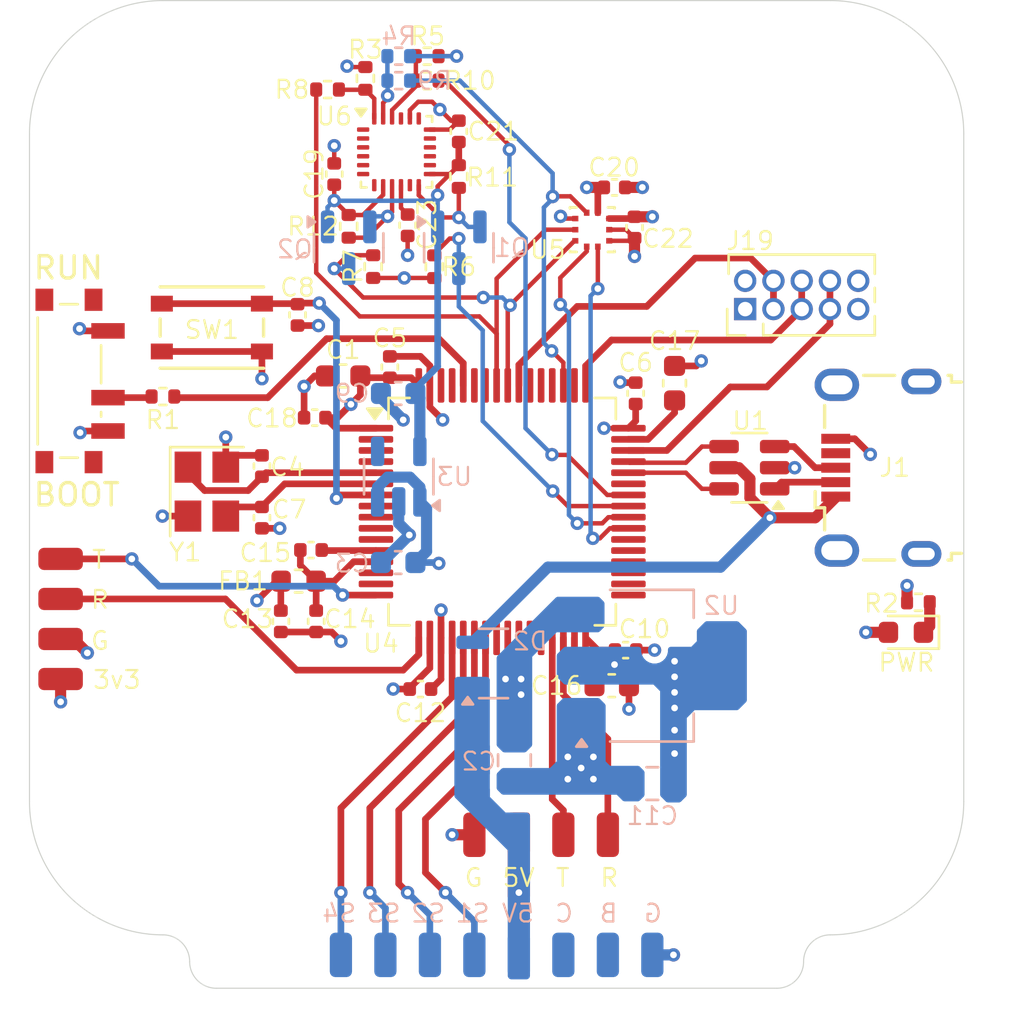
<source format=kicad_pcb>
(kicad_pcb (version 20241229) (generator "pcbnew") (generator_version "9.0")
  (layers (0 "F.Cu" signal) (4 "In1.Cu" signal) (6 "In2.Cu" signal) (2 "B.Cu" signal) (13 "F.Paste" user) (15 "B.Paste" user) (5 "F.SilkS" user "F.Silkscreen") (7 "B.SilkS" user "B.Silkscreen") (1 "F.Mask" user) (3 "B.Mask" user) (25 "Edge.Cuts" user))
  (net 0 "")
  (net 1 "GND")
  (net 2 "/HSE_IN")
  (net 3 "+3V3")
  (net 4 "+3.3VA")
  (net 5 "/HSE_OUT")
  (net 6 "/NRST")
  (net 7 "/V_MAIN")
  (net 8 "+5V")
  (net 9 "VBUS")
  (net 10 "/PWR_LED_K")
  (net 11 "/SW_BOOT0")
  (net 12 "/BOOT0")
  (net 13 "/USB_D+")
  (net 14 "/USB_D-")
  (net 15 "Net-(U4-VCAP_1)")
  (net 16 "Net-(U4-VCAP_2)")
  (net 18 "Net-(J1-D-)")
  (net 20 "Net-(J1-D+)")
  (net 25 "/SWO")
  (net 32 "+1V8")
  (net 42 "/SWDIO")
  (net 43 "/SWCLK")
  (net 46 "/IMU_MISO")
  (net 52 "/MISO")
  (net 57 "/IMU_INT")
  (net 58 "/INT1")
  (net 59 "/IMU_MOSI")
  (net 60 "/MOSI")
  (net 61 "/IMU_SCK")
  (net 62 "/SCK")
  (net 63 "/IMU_CS")
  (net 64 "/CS1")
  (net 66 "/BAT")
  (net 67 "/CRT")
  (net 68 "/S1")
  (net 69 "/S2")
  (net 70 "/S3")
  (net 71 "/S4")
  (net 73 "Net-(U6-REGOUT)")
  (net 75 "/CS2")
  (net 76 "/INT2")
  (net 90 "/GPS_TX")
  (net 91 "/GPS_RX")
  (net 92 "/ELRS_TX")
  (net 93 "/ELRS_RX")
  (footprint "Resistor_SMD:R_0402_1005Metric" (layer "F.Cu") (at 112.2 55.965 90)
    (property "Reference" "R6")
    (property "Value" "4.7k" (hide yes))
  )
  (footprint "Resistor_SMD:R_0402_1005Metric" (layer "F.Cu") (at 113.3 51.91 -90)
    (property "Reference" "R11")
    (property "Value" "4.7k" (hide yes))
  )
  (footprint "Resistor_SMD:R_0402_1005Metric" (layer "F.Cu") (at 109.1 47.5 -90)
    (property "Reference" "R3")
    (property "Value" "4.7k" (hide yes))
  )
  (footprint "Resistor_SMD:R_0402_1005Metric" (layer "F.Cu") (at 100 61.8)
    (property "Reference" "R1")
    (property "Value" "10k" (hide yes))
  )
  (footprint "Resistor_SMD:R_0402_1005Metric" (layer "F.Cu") (at 108.35 54.15 -90)
    (property "Reference" "R12")
    (property "Value" "4.7k" (hide yes))
  )
  (footprint "Connector_USB:USB_Micro-B_Wuerth_629105150521" (layer "F.Cu") (at 132.145 65 90)
    (property "Reference" "J1")
    (property "Value" "USB_B_Micro")
  )
  (footprint "Capacitor_SMD:C_0402_1005Metric" (layer "F.Cu") (at 120.8 73.2)
    (property "Reference" "C10")
    (property "Value" "100n" (hide yes))
  )
  (footprint "Resistor_SMD:R_0402_1005Metric" (layer "F.Cu") (at 133.96 71.05 180)
    (property "Reference" "R2")
    (property "Value" "1.5k" (hide yes))
  )
  (footprint "Button_Switch_SMD:SW_SPDT_PCM12" (layer "F.Cu") (at 96.1 61.1 -90)
    (property "Reference" "SW2" (hide yes))
    (property "Value" "SW_SPDT" (hide yes))
  )
  (footprint "Capacitor_SMD:C_0402_1005Metric" (layer "F.Cu") (at 107.7 51.8 90)
    (property "Reference" "C19")
    (property "Value" "100n" (hide yes))
  )
  (footprint "Capacitor_SMD:C_0402_1005Metric" (layer "F.Cu") (at 106.6575 68.7)
    (property "Reference" "C15")
    (property "Value" "1u" (hide yes))
  )
  (footprint "Sensor_Motion:InvenSense_QFN-24_3x3mm_P0.4mm" (layer "F.Cu") (at 110.5 50.8)
    (property "Reference" "U6")
    (property "Value" "ICM-20948" (hide yes))
  )
  (footprint "MountingHole:MountingHole_4mm" (layer "F.Cu") (at 100 50)
    (property "Reference" "H1" (hide yes))
    (property "Value" "MountingHole" (hide yes))
  )
  (footprint "Inductor_SMD:L_0603_1608Metric" (layer "F.Cu") (at 106.1 70.1 180)
    (property "Reference" "FB1")
    (property "Value" "120R @ 100MHz" (hide yes))
  )
  (footprint "Capacitor_SMD:C_0402_1005Metric" (layer "F.Cu") (at 106.8875 71.905 -90)
    (property "Reference" "C14")
    (property "Value" "10n" (hide yes))
  )
  (footprint "Connector_Wire:SolderWirePad_1x01_SMD_1x2mm" (layer "F.Cu") (at 114 81.5 180)
    (property "Reference" "J16" (hide yes))
    (property "Value" "GND" (hide yes))
  )
  (footprint "Connector_Wire:SolderWirePad_1x01_SMD_1x2mm" (layer "F.Cu") (at 95.4 74.5 -90)
    (property "Reference" "J11" (hide yes))
    (property "Value" "GPS_V_{IN}" (hide yes))
  )
  (footprint "Capacitor_SMD:C_0603_1608Metric" (layer "F.Cu") (at 123 61.2 90)
    (property "Reference" "C17")
    (property "Value" "2u2" (hide yes))
  )
  (footprint "Capacitor_SMD:C_0402_1005Metric" (layer "F.Cu") (at 106.05 58.13 -90)
    (property "Reference" "C8")
    (property "Value" "100n" (hide yes))
  )
  (footprint "Capacitor_SMD:C_0402_1005Metric" (layer "F.Cu") (at 120.3 52.4)
    (property "Reference" "C20")
    (property "Value" "100n" (hide yes))
  )
  (footprint "Capacitor_SMD:C_0402_1005Metric" (layer "F.Cu") (at 113.3 49.88 90)
    (property "Reference" "C21")
    (property "Value" "100n" (hide yes))
  )
  (footprint "MountingHole:MountingHole_4mm" (layer "F.Cu") (at 130 80)
    (property "Reference" "H4" (hide yes))
    (property "Value" "MountingHole" (hide yes))
  )
  (footprint "Sensor_Pressure:BMP390L" (layer "F.Cu") (at 119.3 54.3)
    (property "Reference" "U5")
    (property "Value" "BMP390L")
  )
  (footprint "Resistor_SMD:R_0402_1005Metric" (layer "F.Cu") (at 107.4 48 180)
    (property "Reference" "R8")
    (property "Value" "4.7k" (hide yes))
  )
  (footprint "Package_QFP:LQFP-64_10x10mm_P0.5mm" (layer "F.Cu") (at 115.25 66.975)
    (property "Reference" "U4")
    (property "Value" "STM32F405RGTx" (hide yes))
  )
  (footprint "Connector_Wire:SolderWirePad_1x01_SMD_1x2mm" (layer "F.Cu") (at 120 81.5 180)
    (property "Reference" "J18" (hide yes))
    (property "Value" "ELRS_RX" (hide yes))
  )
  (footprint "Connector_Wire:SolderWirePad_1x01_SMD_1x2mm" (layer "F.Cu") (at 95.4 69.1 -90)
    (property "Reference" "J12" (hide yes))
    (property "Value" "GPS_TX" (hide yes))
  )
  (footprint "Capacitor_SMD:C_0402_1005Metric" (layer "F.Cu") (at 110.2 60.475 90)
    (property "Reference" "C5")
    (property "Value" "100n" (hide yes))
  )
  (footprint "Capacitor_SMD:C_0402_1005Metric" (layer "F.Cu") (at 111 54.1 -90)
    (property "Reference" "C23")
    (property "Value" "100n" (hide yes))
  )
  (footprint "Connector_Wire:SolderWirePad_1x01_SMD_1x2mm" (layer "F.Cu") (at 118 81.5 180)
    (property "Reference" "J17" (hide yes))
    (property "Value" "ELRS_TX" (hide yes))
  )
  (footprint "Capacitor_SMD:C_0603_1608Metric" (layer "F.Cu") (at 108.1 60.875 180)
    (property "Reference" "C1")
    (property "Value" "4u7" (hide yes))
  )
  (footprint "Capacitor_SMD:C_0402_1005Metric" (layer "F.Cu") (at 111.575 74.95 180)
    (property "Reference" "C12")
    (property "Value" "100n" (hide yes))
  )
  (footprint "LED_SMD:LED_0603_1608Metric" (layer "F.Cu") (at 133.4 72.4 180)
    (property "Reference" "D1" (hide yes))
    (property "Value" "RED" (hide yes))
  )
  (footprint "Resistor_SMD:R_0402_1005Metric" (layer "F.Cu") (at 109.45 55.96 90)
    (property "Reference" "R7")
    (property "Value" "4.7k" (hide yes))
  )
  (footprint "Capacitor_SMD:C_0402_1005Metric" (layer "F.Cu") (at 106.825 62.75 180)
    (property "Reference" "C18")
    (property "Value" "1u" (hide yes))
  )
  (footprint "Resistor_SMD:R_0402_1005Metric" (layer "F.Cu") (at 111.88 47.6)
    (property "Reference" "R10")
    (property "Value" "4.7k" (hide yes))
  )
  (footprint "Capacitor_SMD:C_0402_1005Metric" (layer "F.Cu") (at 121.25 61.655 90)
    (property "Reference" "C6")
    (property "Value" "100n" (hide yes))
  )
  (footprint "Button_Switch_SMD:SW4_PTS815 SJM 250 SMTR LFS_CNK" (layer "F.Cu") (at 102.2 58.7)
    (property "Reference" "SW1")
    (property "Value" "PTS815SJM" (hide yes))
  )
  (footprint "Capacitor_SMD:C_0402_1005Metric" (layer "F.Cu") (at 105.3 71.905 -90)
    (property "Reference" "C13")
    (property "Value" "100n" (hide yes))
  )
  (footprint "Capacitor_SMD:C_0402_1005Metric" (layer "F.Cu") (at 104.45 67.245 -90)
    (property "Reference" "C7")
    (property "Value" "10p" (hide yes))
  )
  (footprint "MountingHole:MountingHole_4mm" (layer "F.Cu") (at 130 50)
    (property "Reference" "H2" (hide yes))
    (property "Value" "MountingHole" (hide yes))
  )
  (footprint "MountingHole:MountingHole_4mm" (layer "F.Cu") (at 100 80)
    (property "Reference" "H3" (hide yes))
    (property "Value" "MountingHole" (hide yes))
  )
  (footprint "Capacitor_SMD:C_0402_1005Metric" (layer "F.Cu") (at 104.45 64.925 90)
    (property "Reference" "C4")
    (property "Value" "10p" (hide yes))
  )
  (footprint "Crystal:Crystal_SMD_3225-4Pin_3.2x2.5mm" (layer "F.Cu") (at 101.975 66.075 -90)
    (property "Reference" "Y1")
    (property "Value" "8MHz" (hide yes))
  )
  (footprint "Resistor_SMD:R_0402_1005Metric" (layer "F.Cu") (at 111.88 46.5 180)
    (property "Reference" "R5")
    (property "Value" "4.7k" (hide yes))
  )
  (footprint "Capacitor_SMD:C_0603_1608Metric" (layer "F.Cu") (at 120.175 74.8)
    (property "Reference" "C16")
    (property "Value" "2u2" (hide yes))
  )
  (footprint "Package_TO_SOT_SMD:SOT-23-6" (layer "F.Cu") (at 126.3625 65 180)
    (property "Reference" "U1")
    (property "Value" "USBLC6-2SC6" (hide yes))
  )
  (footprint "Connector_Wire:SolderWirePad_1x01_SMD_1x2mm" (layer "F.Cu") (at 116 81.5 180)
    (property "Reference" "J15" (hide yes))
    (property "Value" "ELRS_V_{IN}" (hide yes))
  )
  (footprint "Capacitor_SMD:C_0402_1005Metric" (layer "F.Cu") (at 121.2 54.2 -90)
    (property "Reference" "C22")
    (property "Value" "100n" (hide yes))
  )
  (footprint "Connector_Wire:SolderWirePad_1x01_SMD_1x2mm" (layer "F.Cu") (at 95.4 70.9 -90)
    (property "Reference" "J14" (hide yes))
    (property "Value" "GPS_RX" (hide yes))
  )
  (footprint "Connector_Wire:SolderWirePad_1x01_SMD_1x2mm" (layer "F.Cu") (at 95.4 72.7 -90)
    (property "Reference" "J13" (hide yes))
    (property "Value" "GND" (hide yes))
  )
  (footprint "Connector_PinHeader_1.27mm:PinHeader_2x05_P1.27mm_Vertical" (layer "F.Cu") (at 126.175 57.87 90)
    (property "Reference" "J19")
    (property "Value" "Conn_02x05_Odd_Even" (hide yes))
  )
  (footprint "Connector_Wire:SolderWirePad_1x01_SMD_1x2mm" (layer "B.Cu") (at 112 86.9 180)
    (property "Reference" "J7" (hide yes))
    (property "Value" "S2" (hide yes))
  )
  (footprint "Connector_Wire:SolderWirePad_1x01_SMD_1x2mm" (layer "B.Cu") (at 114 86.9 180)
    (property "Reference" "J6" (hide yes))
    (property "Value" "S1" (hide yes))
  )
  (footprint "Connector_Wire:SolderWirePad_1x01_SMD_1x2mm" (layer "B.Cu") (at 118 86.9 180)
    (property "Reference" "J4" (hide yes))
    (property "Value" "CRT" (hide yes))
  )
  (footprint "Capacitor_SMD:C_0805_2012Metric" (layer "B.Cu") (at 122 79.2 180)
    (property "Reference" "C11")
    (property "Value" "22u" (hide yes))
  )
  (footprint "Capacitor_SMD:C_0603_1608Metric" (layer "B.Cu") (at 110.575 61.6625 180)
    (property "Reference" "C9")
    (property "Value" "1u" (hide yes))
  )
  (footprint "Resistor_SMD:R_0402_1005Metric" (layer "B.Cu") (at 110.6 47.6)
    (property "Reference" "R9")
    (property "Value" "4.7k" (hide yes))
  )
  (footprint "Connector_Wire:SolderWirePad_1x01_SMD_1x2mm" (layer "B.Cu") (at 108 86.9 180)
    (property "Reference" "J9" (hide yes))
    (property "Value" "S4" (hide yes))
  )
  (footprint "Package_TO_SOT_SMD:SOT-23" (layer "B.Cu") (at 108.35 55.1125 -90)
    (property "Reference" "Q2")
    (property "Value" "IRLML6244" (hide yes))
  )
  (footprint "Capacitor_SMD:C_0805_2012Metric" (layer "B.Cu") (at 115.8 78.15 -90)
    (property "Reference" "C2")
    (property "Value" "22u" (hide yes))
  )
  (footprint "Package_TO_SOT_SMD:SOT-23" (layer "B.Cu") (at 114.8625 73.8)
    (property "Reference" "D2")
    (property "Value" "BAT54C" (hide yes))
  )
  (footprint "Connector_Wire:SolderWirePad_1x01_SMD_1x2mm" (layer "B.Cu") (at 110 86.9 180)
    (property "Reference" "J8" (hide yes))
    (property "Value" "S3" (hide yes))
  )
  (footprint "Package_TO_SOT_SMD:SOT-23" (layer "B.Cu") (at 113.3 55.1125 -90)
    (property "Reference" "Q1")
    (property "Value" "IRLML6244" (hide yes))
  )
  (footprint "Connector_Wire:SolderWirePad_1x01_SMD_1x2mm" (layer "B.Cu") (at 120 86.9 180)
    (property "Reference" "J3" (hide yes))
    (property "Value" "BAT" (hide yes))
  )
  (footprint "Package_TO_SOT_SMD:SOT-223-3_TabPin2" (layer "B.Cu") (at 121.95 73.9)
    (property "Reference" "U2")
    (property "Value" "AMS1117-3.3" (hide yes))
  )
  (footprint "Package_TO_SOT_SMD:SOT-23-5" (layer "B.Cu") (at 110.6 65.4 90)
    (property "Reference" "U3")
    (property "Value" "TLV70018" (hide yes))
  )
  (footprint "Capacitor_SMD:C_0603_1608Metric" (layer "B.Cu") (at 110.575 69.2625 180)
    (property "Reference" "C3")
    (property "Value" "1u" (hide yes))
  )
  (footprint "Connector_Wire:SolderWirePad_1x01_SMD_1x2mm" (layer "B.Cu") (at 116 86.9 180)
    (property "Reference" "J5" (hide yes))
    (property "Value" "5V" (hide yes))
  )
  (footprint "Resistor_SMD:R_0402_1005Metric" (layer "B.Cu") (at 110.6 46.5 180)
    (property "Reference" "R4")
    (property "Value" "4.7k" (hide yes))
  )
  (footprint "Connector_Wire:SolderWirePad_1x01_SMD_1x2mm" (layer "B.Cu") (at 122 86.9 180)
    (property "Reference" "J2" (hide yes))
    (property "Value" "GND" (hide yes))
  )
  (gr_line (start 94 50) (end 94 80) (stroke (width 0.05)) (layer "Edge.Cuts"))
  (gr_line (start 102.4 88.4) (end 127.6 88.4) (stroke (width 0.05)) (layer "Edge.Cuts"))
  (gr_arc (start 94 50) (mid 95.757359 45.757359) (end 100 44) (stroke (width 0.05)) (layer "Edge.Cuts"))
  (gr_arc (start 130 44) (mid 134.242641 45.757359) (end 136 50) (stroke (width 0.05)) (layer "Edge.Cuts"))
  (gr_arc (start 100 86) (mid 100.848528 86.351472) (end 101.2 87.2) (stroke (width 0.05)) (layer "Edge.Cuts"))
  (gr_arc (start 136 80) (mid 134.242641 84.242641) (end 130 86) (stroke (width 0.05)) (layer "Edge.Cuts"))
  (gr_line (start 136 80) (end 136 50) (stroke (width 0.05)) (layer "Edge.Cuts"))
  (gr_arc (start 128.8 87.2) (mid 129.151472 86.351472) (end 130 86) (stroke (width 0.05)) (layer "Edge.Cuts"))
  (gr_arc (start 100 86) (mid 95.757359 84.242641) (end 94 80) (stroke (width 0.05)) (layer "Edge.Cuts"))
  (gr_arc (start 128.8 87.2) (mid 128.448528 88.048528) (end 127.6 88.4) (stroke (width 0.05)) (layer "Edge.Cuts"))
  (gr_line (start 130 44) (end 100 44) (stroke (width 0.05)) (layer "Edge.Cuts"))
  (gr_arc (start 102.4 88.4) (mid 101.551472 88.048528) (end 101.2 87.2) (stroke (width 0.05)) (layer "Edge.Cuts"))
  (gr_text "T" (at 117.6 83.9 0) (layer "F.SilkS") (effects (font (size 0.8 0.8) (thickness 0.1)) (justify left bottom)))
  (gr_text "G" (at 96.7 73.25 0) (layer "F.SilkS") (effects (font (size 0.8 0.8) (thickness 0.1)) (justify left bottom)))
  (gr_text "R" (at 119.6 83.9 0) (layer "F.SilkS") (effects (font (size 0.8 0.8) (thickness 0.1)) (justify left bottom)))
  (gr_text "R" (at 96.7 71.4 0) (layer "F.SilkS") (effects (font (size 0.8 0.8) (thickness 0.1)) (justify left bottom)))
  (gr_text "3v3" (at 96.8 75 0) (layer "F.SilkS") (effects (font (size 0.8 0.8) (thickness 0.1)) (justify left bottom)))
  (gr_text "T" (at 96.75 69.6 0) (layer "F.SilkS") (effects (font (size 0.8 0.8) (thickness 0.1)) (justify left bottom)))
  (gr_text "5V\n" (at 115.2 83.9 0) (layer "F.SilkS") (effects (font (size 0.8 0.8) (thickness 0.1)) (justify left bottom)))
  (gr_text "PWR" (at 132.1 74.225 0) (layer "F.SilkS") (effects (font (size 0.8 0.8) (thickness 0.1)) (justify left bottom)))
  (gr_text "RUN" (at 94.1 56.6 0) (layer "F.SilkS") (effects (font (size 1 1)) (justify left bottom)))
  (gr_text "G" (at 113.5 83.9 0) (layer "F.SilkS") (effects (font (size 0.8 0.8) (thickness 0.1)) (justify left bottom)))
  (gr_text "BOOT" (at 94.1 66.8 0) (layer "F.SilkS") (effects (font (size 1 1)) (justify left bottom)))
  (gr_text "S3" (at 110.75 85.5 0) (layer "B.SilkS") (effects (font (size 0.8 0.8) (thickness 0.1)) (justify left bottom mirror)))
  (gr_text "B" (at 120.5 85.5 0) (layer "B.SilkS") (effects (font (size 0.8 0.8) (thickness 0.1)) (justify left bottom mirror)))
  (gr_text "5V" (at 116.75 85.5 0) (layer "B.SilkS") (effects (font (size 0.8 0.8) (thickness 0.1)) (justify left bottom mirror)))
  (gr_text "C" (at 118.5 85.5 0) (layer "B.SilkS") (effects (font (size 0.8 0.8) (thickness 0.1)) (justify left bottom mirror)))
  (gr_text "S1" (at 114.75 85.5 0) (layer "B.SilkS") (effects (font (size 0.8 0.8) (thickness 0.1)) (justify left bottom mirror)))
  (gr_text "S4" (at 108.75 85.5 0) (layer "B.SilkS") (effects (font (size 0.8 0.8) (thickness 0.1)) (justify left bottom mirror)))
  (gr_text "S2" (at 112.75 85.5 0) (layer "B.SilkS") (effects (font (size 0.8 0.8) (thickness 0.1)) (justify left bottom mirror)))
  (gr_text "G" (at 122.5 85.5 -0) (layer "B.SilkS") (effects (font (size 0.8 0.8) (thickness 0.1)) (justify left bottom mirror)))
  (segment (start 112.1 48.55) (end 111.477226 48.55) (width 0.2) (layer "F.Cu") (net 1))
  (segment (start 109.575 68.725) (end 107.2375 68.725) (width 0.3) (layer "F.Cu") (net 1))
  (segment (start 107.585 72.385) (end 108 72.8) (width 0.3) (layer "F.Cu") (net 1))
  (segment (start 106.99 58.61) (end 106.05 58.61) (width 0.3) (layer "F.Cu") (net 1))
  (segment (start 105.25 67.725) (end 104.45 67.725) (width 0.3) (layer "F.Cu") (net 1))
  (segment (start 112.45 48.9) (end 112.1 48.55) (width 0.2) (layer "F.Cu") (net 1))
  (segment (start 112 61.3) (end 112 62.275) (width 0.3) (layer "F.Cu") (net 1))
  (segment (start 105.3 72.385) (end 106.8875 72.385) (width 0.3) (layer "F.Cu") (net 1))
  (segment (start 110.454534 68.725) (end 109.575 68.725) (width 0.3) (layer "F.Cu") (net 1))
  (segment (start 96.6 73.325) (end 95.975 72.7) (width 0.5) (layer "F.Cu") (net 1))
  (segment (start 123 60.425) (end 123.975 60.425) (width 0.3) (layer "F.Cu") (net 1))
  (segment (start 99.949999 59.774999) (end 104.450001 59.774999) (width 0.3) (layer "F.Cu") (net 1))
  (segment (start 111.095 74.90174) (end 111.59837 74.39837) (width 0.3) (layer "F.Cu") (net 1))
  (segment (start 121.08 54.8) (end 121.2 54.68) (width 0.2) (layer "F.Cu") (net 1))
  (segment (start 111.1 68.079534) (end 110.454534 68.725) (width 0.3) (layer "F.Cu") (net 1))
  (segment (start 110.35 74.95) (end 111.095 74.95) (width 0.3) (layer "F.Cu") (net 1))
  (segment (start 122.1 73.2) (end 121.28 73.2) (width 0.3) (layer "F.Cu") (net 1))
  (segment (start 120.575 61.175) (end 121.25 61.175) (width 0.3) (layer "F.Cu") (net 1))
  (segment (start 112 72.65) (end 112 74) (width 0.3) (layer "F.Cu") (net 1))
  (segment (start 111.477226 48.55) (end 111.1 48.927226) (width 0.2) (layer "F.Cu") (net 1))
  (segment (start 112.95 49.4) (end 112.45 48.9) (width 0.2) (layer "F.Cu") (net 1))
  (segment (start 121.2 55.5) (end 121.2 54.68) (width 0.5) (layer "F.Cu") (net 1))
  (segment (start 109.1 46.99) (end 108.315 46.99) (width 0.2) (layer "F.Cu") (net 1))
  (segment (start 120.0625 54.8) (end 121.08 54.8) (width 0.2) (layer "F.Cu") (net 1))
  (segment (start 99.975 67.175) (end 101.125 67.175) (width 0.3) (layer "F.Cu") (net 1))
  (segment (start 112 49.8) (end 112.9 49.8) (width 0.2) (layer "F.Cu") (net 1))
  (segment (start 131.1 63.7) (end 131.8 64.4) (width 0.3) (layer "F.Cu") (net 1))
  (segment (start 111.1 68.05) (end 111.1 68.079534) (width 0.3) (layer "F.Cu") (net 1))
  (segment (start 104.450001 61) (end 104.450001 59.774999) (width 0.3) (layer "F.Cu") (net 1))
  (segment (start 120.78 52.4) (end 121.55 52.4) (width 0.5) (layer "F.Cu") (net 1))
  (segment (start 114 81.5) (end 113 81.5) (width 0.5) (layer "F.Cu") (net 1))
  (segment (start 120.0625 54.3) (end 120.82 54.3) (width 0.2) (layer "F.Cu") (net 1))
  (segment (start 112 74) (end 111.6 74.4) (width 0.3) (layer "F.Cu") (net 1))
  (segment (start 120.82 54.3) (end 121.2 54.68) (width 0.2) (layer "F.Cu") (net 1))
  (segment (start 111.095 74.95) (end 111.095 74.90174) (width 0.3) (layer "F.Cu") (net 1))
  (segment (start 96.35 58.85) (end 97.53 58.85) (width 0.3) (layer "F.Cu") (net 1))
  (segment (start 111.574534 59.995) (end 112 60.420466) (width 0.3) (layer "F.Cu") (net 1))
  (segment (start 120.55 61.15) (end 120.575 61.175) (width 0.3) (layer "F.Cu") (net 1))
  (segment (start 130.245 63.7) (end 131.1 63.7) (width 0.3) (layer "F.Cu") (net 1))
  (segment (start 108.315 46.99) (end 108.275 46.95) (width 0.2) (layer "F.Cu") (net 1))
  (segment (start 113.3 49.4) (end 112.95 49.4) (width 0.2) (layer "F.Cu") (net 1))
  (segment (start 106.345 61.345) (end 106.815 60.875) (width 0.3) (layer "F.Cu") (net 1))
  (segment (start 128.398762 65.000001) (end 128.398761 65) (width 0.3) (layer "F.Cu") (net 1))
  (segment (start 95.975 72.7) (end 95.4 72.7) (width 0.5) (layer "F.Cu") (net 1))
  (segment (start 112.9 49.8) (end 113.3 49.4) (width 0.2) (layer "F.Cu") (net 1))
  (segment (start 112 62.275) (end 112.575 62.85) (width 0.3) (layer "F.Cu") (net 1))
  (segment (start 96.25 58.75) (end 96.35 58.85) (width 0.3) (layer "F.Cu") (net 1))
  (segment (start 117.975 53.8) (end 118.5375 53.8) (width 0.2) (layer "F.Cu") (net 1))
  (segment (start 111 54.58) (end 111 55.45) (width 0.2) (layer "F.Cu") (net 1))
  (segment (start 111.075 68.025) (end 111.1 68.05) (width 0.3) (layer "F.Cu") (net 1))
  (segment (start 112.39 46.5) (end 113.2 46.5) (width 0.2) (layer "F.Cu") (net 1))
  (segment (start 106.8875 72.385) (end 107.585 72.385) (width 0.3) (layer "F.Cu") (net 1))
  (segment (start 123.975 60.425) (end 124.2 60.2) (width 0.3) (layer "F.Cu") (net 1))
  (segment (start 120.95 75.85) (end 120.95 74.8) (width 0.3) (layer "F.Cu") (net 1))
  (segment (start 104.45 64.445) (end 103.355 64.445) (width 0.3) (layer "F.Cu") (net 1))
  (segment (start 106.345 61.345) (end 106.345 62.75) (width 0.3) (layer "F.Cu") (net 1))
  (segment (start 112 61.3) (end 112 60.420466) (width 0.3) (layer "F.Cu") (net 1))
  (segment (start 117.875 53.7) (end 117.975 53.8) (width 0.2) (layer "F.Cu") (net 1))
  (segment (start 106.815 60.875) (end 107.325 60.875) (width 0.3) (layer "F.Cu") (net 1))
  (segment (start 110.2 59.995) (end 111.574534 59.995) (width 0.3) (layer "F.Cu") (net 1))
  (segment (start 107.2375 68.725) (end 107.1375 68.625) (width 0.3) (layer "F.Cu") (net 1))
  (segment (start 111.1 48.927226) (end 111.1 49.3) (width 0.2) (layer "F.Cu") (net 1))
  (segment (start 103.355 64.445) (end 102.825 64.975) (width 0.3) (layer "F.Cu") (net 1))
  (segment (start 107.7 51.32) (end 107.7 50.525) (width 0.2) (layer "F.Cu") (net 1))
  (segment (start 102.825 63.625) (end 102.825 64.975) (width 0.3) (layer "F.Cu") (net 1))
  (segment (start 133.45 70.3) (end 133.45 71.05) (width 0.5) (layer "F.Cu") (net 1))
  (segment (start 128.398761 65) (end 127.5 65) (width 0.3) (layer "F.Cu") (net 1))
  (via (at 118.2 78) (size 0.6) (drill 0.3) (layers "F.Cu" "B.Cu") (net 1))
  (via (at 119.35 78) (size 0.6) (drill 0.3) (layers "F.Cu" "B.Cu") (net 1))
  (via (at 120.55 61.15) (size 0.6) (drill 0.3) (layers "F.Cu" "B.Cu") (net 1))
  (via (at 124.2 60.2) (size 0.6) (drill 0.3) (layers "F.Cu" "B.Cu") (net 1))
  (via (at 112.575 62.85) (size 0.6) (drill 0.3) (layers "F.Cu" "B.Cu") (net 1))
  (via (at 102.825 63.625) (size 0.6) (drill 0.3) (layers "F.Cu" "B.Cu") (net 1))
  (via (at 108.275 46.95) (size 0.6) (drill 0.3) (layers "F.Cu" "B.Cu") (net 1))
  (via (at 106.99 58.61) (size 0.6) (drill 0.3) (layers "F.Cu" "B.Cu") (net 1))
  (via (at 117.875 53.7) (size 0.6) (drill 0.3) (layers "F.Cu" "B.Cu") (net 1))
  (via (at 110.35 74.95) (size 0.6) (drill 0.3) (layers "F.Cu" "B.Cu") (net 1))
  (via (at 118.8 78.5) (size 0.6) (drill 0.3) (layers "F.Cu" "B.Cu") (net 1))
  (via (at 122.95 86.9) (size 0.6) (drill 0.3) (layers "F.Cu" "B.Cu") (net 1))
  (via (at 133.45 70.3) (size 0.6) (drill 0.3) (layers "F.Cu" "B.Cu") (net 1))
  (via (at 111 55.45) (size 0.6) (drill 0.3) (layers "F.Cu" "B.Cu") (net 1))
  (via (at 118.2 79) (size 0.6) (drill 0.3) (layers "F.Cu" "B.Cu") (net 1))
  (via (at 111.075 68.025) (size 0.6) (drill 0.3) (layers "F.Cu" "B.Cu") (net 1))
  (via (at 112.45 48.9) (size 0.6) (drill 0.3) (layers "F.Cu" "B.Cu") (net 1))
  (via (at 131.8 64.4) (size 0.6) (drill 0.3) (layers "F.Cu" "B.Cu") (net 1))
  (via (at 105.25 67.725) (size 0.6) (drill 0.3) (layers "F.Cu" "B.Cu") (net 1))
  (via (at 121.2 55.5) (size 0.6) (drill 0.3) (layers "F.Cu" "B.Cu") (net 1))
  (via (at 96.6 73.325) (size 0.6) (drill 0.3) (layers "F.Cu" "B.Cu") (net 1))
  (via (at 106.345 61.345) (size 0.6) (drill 0.3) (layers "F.Cu" "B.Cu") (net 1))
  (via (at 96.25 58.75) (size 0.6) (drill 0.3) (layers "F.Cu" "B.Cu") (net 1))
  (via (at 107.7 50.525) (size 0.6) (drill 0.3) (layers "F.Cu" "B.Cu") (net 1))
  (via (at 120.95 75.85) (size 0.6) (drill 0.3) (layers "F.Cu" "B.Cu") (net 1))
  (via (at 113 81.5) (size 0.6) (drill 0.3) (layers "F.Cu" "B.Cu") (net 1))
  (via (at 113.2 46.5) (size 0.6) (drill 0.3) (layers "F.Cu" "B.Cu") (net 1))
  (via (at 108 72.8) (size 0.6) (drill 0.3) (layers "F.Cu" "B.Cu") (net 1))
  (via (at 128.398762 65.000001) (size 0.6) (drill 0.3) (layers "F.Cu" "B.Cu") (net 1))
  (via (at 122.1 73.2) (size 0.6) (drill 0.3) (layers "F.Cu" "B.Cu") (net 1))
  (via (at 99.975 67.175) (size 0.6) (drill 0.3) (layers "F.Cu" "B.Cu") (net 1))
  (via (at 119.35 79) (size 0.6) (drill 0.3) (layers "F.Cu" "B.Cu") (net 1))
  (via (at 110.8 62.85) (size 0.6) (drill 0.3) (layers "F.Cu" "B.Cu") (net 1))
  (via (at 121.55 52.4) (size 0.6) (drill 0.3) (layers "F.Cu" "B.Cu") (net 1))
  (via (at 104.450001 61) (size 0.6) (drill 0.3) (layers "F.Cu" "B.Cu") (net 1))
  (segment (start 110.6 67.5) (end 110.6 66.5375) (width 0.5) (layer "B.Cu") (net 1))
  (segment (start 111.075 68.025) (end 109.8375 69.2625) (width 0.5) (layer "B.Cu") (net 1))
  (segment (start 109.8 61.85) (end 110.8 62.85) (width 0.5) (layer "B.Cu") (net 1))
  (segment (start 109.8 61.6625) (end 109.8 61.85) (width 0.5) (layer "B.Cu") (net 1))
  (segment (start 122.95 86.9) (end 122 86.9) (width 0.5) (layer "B.Cu") (net 1))
  (segment (start 111.075 68.025) (end 111.075 67.975) (width 0.5) (layer "B.Cu") (net 1))
  (segment (start 111.075 67.975) (end 110.6 67.5) (width 0.5) (layer "B.Cu") (net 1))
  (segment (start 109.8375 69.2625) (end 109.8 69.2625) (width 0.5) (layer "B.Cu") (net 1))
  (segment (start 111.11 46.5) (end 113.2 46.5) (width 0.2) (layer "B.Cu") (net 1))
  (segment (start 109.575 65.225) (end 104.63 65.225) (width 0.3) (layer "F.Cu") (net 2))
  (segment (start 104.63 65.225) (end 104.45 65.405) (width 0.3) (layer "F.Cu") (net 2))
  (segment (start 101.874 66.026) (end 103.829 66.026) (width 0.3) (layer "F.Cu") (net 2))
  (segment (start 101.125 65.277) (end 101.874 66.026) (width 0.3) (layer "F.Cu") (net 2))
  (segment (start 103.829 66.026) (end 104.45 65.405) (width 0.3) (layer "F.Cu") (net 2))
  (segment (start 101.125 64.975) (end 101.125 65.277) (width 0.3) (layer "F.Cu") (net 2))
  (segment (start 119.55 73.2) (end 119 72.65) (width 0.3) (layer "F.Cu") (net 3))
  (segment (start 108.955 60.955) (end 108.875 60.875) (width 0.3) (layer "F.Cu") (net 3))
  (segment (start 119.55 53.5375) (end 119.55 52.67) (width 0.3) (layer "F.Cu") (net 3))
  (segment (start 107.78 63.225) (end 107.305 62.75) (width 0.3) (layer "F.Cu") (net 3))
  (segment (start 131.6 72.4) (end 132.6125 72.4) (width 0.5) (layer "F.Cu") (net 3))
  (segment (start 119.825 63.225) (end 120.925 63.225) (width 0.2) (layer "F.Cu") (net 3))
  (segment (start 109.45 56.47) (end 110.85 56.47) (width 0.2) (layer "F.Cu") (net 3))
  (segment (start 95.4 75.525) (end 95.4 74.5) (width 0.5) (layer "F.Cu") (net 3))
  (segment (start 120.32 73.2) (end 119.75 73.2) (width 0.3) (layer "F.Cu") (net 3))
  (segment (start 105.1 70.1) (end 105.3125 70.1) (width 0.3) (layer "F.Cu") (net 3))
  (segment (start 112.5 74.505) (end 112.055 74.95) (width 0.3) (layer "F.Cu") (net 3))
  (segment (start 110.2 60.955) (end 108.955 60.955) (width 0.3) (layer "F.Cu") (net 3))
  (segment (start 122 53.72) (end 121.2 53.72) (width 0.5) (layer "F.Cu") (net 3))
  (segment (start 111.155 60.955) (end 111.5 61.3) (width 0.3) (layer "F.Cu") (net 3))
  (segment (start 107.305 62.75) (end 107.85 62.75) (width 0.3) (layer "F.Cu") (net 3))
  (segment (start 121.25 62.9) (end 120.925 63.225) (width 0.3) (layer "F.Cu") (net 3))
  (segment (start 119.82 52.4) (end 119.05 52.4) (width 0.5) (layer "F.Cu") (net 3))
  (segment (start 105.3 70.1125) (end 105.3125 70.1) (width 0.3) (layer "F.Cu") (net 3))
  (segment (start 110.2 60.955) (end 111.155 60.955) (width 0.3) (layer "F.Cu") (net 3))
  (segment (start 109.575 63.225) (end 107.78 63.225) (width 0.3) (layer "F.Cu") (net 3))
  (segment (start 110.12 60.875) (end 110.2 60.955) (width 0.3) (layer "F.Cu") (net 3))
  (segment (start 110.85 56.47) (end 112.195 56.47) (width 0.2) (layer "F.Cu") (net 3))
  (segment (start 112.14 56.47) (end 112.2 56.41) (width 0.2) (layer "F.Cu") (net 3))
  (segment (start 112.5 72.65) (end 112.5 71.4) (width 0.3) (layer "F.Cu") (net 3))
  (segment (start 120.32 73.2) (end 120.32 73.83) (width 0.2) (layer "F.Cu") (net 3))
  (segment (start 107.85 62.75) (end 108.45 62.15) (width 0.3) (layer "F.Cu") (net 3))
  (segment (start 119.75 73.2) (end 119.55 73.2) (width 0.3) (layer "F.Cu") (net 3))
  (segment (start 120.0625 53.8) (end 121.12 53.8) (width 0.3) (layer "F.Cu") (net 3))
  (segment (start 112.5 72.65) (end 112.5 74.505) (width 0.3) (layer "F.Cu") (net 3))
  (segment (start 112.195 56.47) (end 112.2 56.475) (width 0.2) (layer "F.Cu") (net 3))
  (segment (start 108.875 61.725) (end 108.45 62.15) (width 0.3) (layer "F.Cu") (net 3))
  (segment (start 108.875 60.875) (end 108.875 61.725) (width 0.3) (layer "F.Cu") (net 3))
  (segment (start 96.275 63.423751) (end 96.348751 63.35) (width 0.3) (layer "F.Cu") (net 3))
  (segment (start 104.225 70.975) (end 105.1 70.1) (width 0.3) (layer "F.Cu") (net 3))
  (segment (start 119.55 52.67) (end 119.82 52.4) (width 0.3) (layer "F.Cu") (net 3))
  (segment (start 121.25 62.135) (end 121.25 62.9) (width 0.3) (layer "F.Cu") (net 3))
  (segment (start 120.32 73.83) (end 120.3 73.85) (width 0.2) (layer "F.Cu") (net 3))
  (segment (start 121.12 53.8) (end 121.2 53.72) (width 0.3) (layer "F.Cu") (net 3))
  (segment (start 105.3 71.425) (end 105.3 70.1125) (width 0.3) (layer "F.Cu") (net 3))
  (segment (start 96.348751 63.35) (end 97.53 63.35) (width 0.3) (layer "F.Cu") (net 3))
  (via (at 131.6 72.4) (size 0.6) (drill 0.3) (layers "F.Cu" "B.Cu") (net 3))
  (via (at 112.5 71.4) (size 0.6) (drill 0.3) (layers "F.Cu" "B.Cu") (net 3))
  (via (at 120.3 73.85) (size 0.6) (drill 0.3) (layers "F.Cu" "B.Cu") (net 3))
  (via (at 123 77.85) (size 0.6) (drill 0.3) (layers "F.Cu" "B.Cu") (net 3))
  (via (at 123 74.4) (size 0.6) (drill 0.3) (layers "F.Cu" "B.Cu") (net 3))
  (via (at 110.85 56.47) (size 0.6) (drill 0.3) (layers "F.Cu" "B.Cu") (net 3))
  (via (at 123 76.8) (size 0.6) (drill 0.3) (layers "F.Cu" "B.Cu") (net 3))
  (via (at 96.275 63.423751) (size 0.6) (drill 0.3) (layers "F.Cu" "B.Cu") (net 3))
  (via (at 112.4 69.3) (size 0.6) (drill 0.3) (layers "F.Cu" "B.Cu") (net 3))
  (via (at 123 75.1) (size 0.6) (drill 0.3) (layers "F.Cu" "B.Cu") (net 3))
  (via (at 95.4 75.525) (size 0.6) (drill 0.3) (layers "F.Cu" "B.Cu") (net 3))
  (via (at 119.825 63.225) (size 0.6) (drill 0.3) (layers "F.Cu" "B.Cu") (net 3))
  (via (at 123 73.7) (size 0.6) (drill 0.3) (layers "F.Cu" "B.Cu") (net 3))
  (via (at 119.05 52.4) (size 0.6) (drill 0.3) (layers "F.Cu" "B.Cu") (net 3))
  (via (at 108.45 62.15) (size 0.6) (drill 0.3) (layers "F.Cu" "B.Cu") (net 3))
  (via (at 122 53.72) (size 0.6) (drill 0.3) (layers "F.Cu" "B.Cu") (net 3))
  (via (at 123 75.8) (size 0.6) (drill 0.3) (layers "F.Cu" "B.Cu") (net 3))
  (via (at 104.225 70.975) (size 0.6) (drill 0.3) (layers "F.Cu" "B.Cu") (net 3))
  (segment (start 110.101001 65.424) (end 111.098999 65.424) (width 0.5) (layer "B.Cu") (net 3))
  (segment (start 111.098999 65.424) (end 111.55 65.875001) (width 0.5) (layer "B.Cu") (net 3))
  (segment (start 111.85 68.7625) (end 111.35 69.2625) (width 0.5) (layer "B.Cu") (net 3))
  (segment (start 109.65 65.875001) (end 110.101001 65.424) (width 0.5) (layer "B.Cu") (net 3))
  (segment (start 109.65 66.5375) (end 109.65 65.875001) (width 0.5) (layer "B.Cu") (net 3))
  (segment (start 111.85 66.8375) (end 111.85 68.7625) (width 0.5) (layer "B.Cu") (net 3))
  (segment (start 111.55 66.5375) (end 111.85 66.8375) (width 0.5) (layer "B.Cu") (net 3))
  (segment (start 112.3625 69.2625) (end 112.4 69.3) (width 0.3) (layer "B.Cu") (net 3))
  (segment (start 111.55 65.875001) (end 111.55 66.5375) (width 0.5) (layer "B.Cu") (net 3))
  (segment (start 111.35 69.2625) (end 112.3625 69.2625) (width 0.3) (layer "B.Cu") (net 3))
  (segment (start 106.1775 69.39) (end 106.1775 68.7) (width 0.3) (layer "F.Cu") (net 4))
  (segment (start 108.575 69.225) (end 107.7 70.1) (width 0.3) (layer "F.Cu") (net 4))
  (segment (start 107.7 70.1) (end 106.8875 70.1) (width 0.3) (layer "F.Cu") (net 4))
  (segment (start 106.8875 71.425) (end 106.8875 70.1) (width 0.3) (layer "F.Cu") (net 4))
  (segment (start 109.575 69.225) (end 108.575 69.225) (width 0.3) (layer "F.Cu") (net 4))
  (segment (start 106.8875 70.1) (end 106.1775 69.39) (width 0.3) (layer "F.Cu") (net 4))
  (segment (start 105.475 65.725) (end 104.45 66.75) (width 0.3) (layer "F.Cu") (net 5))
  (segment (start 103.235 66.765) (end 104.45 66.765) (width 0.3) (layer "F.Cu") (net 5))
  (segment (start 109.575 65.725) (end 105.475 65.725) (width 0.3) (layer "F.Cu") (net 5))
  (segment (start 104.45 66.75) (end 104.45 66.765) (width 0.3) (layer "F.Cu") (net 5))
  (segment (start 102.825 67.175) (end 103.235 66.765) (width 0.3) (layer "F.Cu") (net 5))
  (segment (start 106.025001 57.625001) (end 106.05 57.65) (width 0.3) (layer "F.Cu") (net 6))
  (segment (start 107.95 66.225) (end 107.8 66.375) (width 0.3) (layer "F.Cu") (net 6))
  (segment (start 104.450001 57.625001) (end 106.025001 57.625001) (width 0.3) (layer "F.Cu") (net 6))
  (segment (start 99.949999 57.625001) (end 104.450001 57.625001) (width 0.3) (layer "F.Cu") (net 6))
  (segment (start 106.1 57.6) (end 106.05 57.65) (width 0.3) (layer "F.Cu") (net 6))
  (segment (start 107.025 57.6) (end 106.1 57.6) (width 0.3) (layer "F.Cu") (net 6))
  (segment (start 109.575 66.225) (end 107.95 66.225) (width 0.3) (layer "F.Cu") (net 6))
  (via (at 107.025 57.6) (size 0.6) (drill 0.3) (layers "F.Cu" "B.Cu") (net 6))
  (via (at 107.8 66.375) (size 0.6) (drill 0.3) (layers "F.Cu" "B.Cu") (net 6))
  (segment (start 107.025 57.6) (end 107.8 58.375) (width 0.3) (layer "B.Cu") (net 6))
  (segment (start 107.8 58.375) (end 107.8 66.375) (width 0.3) (layer "B.Cu") (net 6))
  (via (at 116.1 75.2) (size 0.6) (drill 0.3) (layers "F.Cu" "B.Cu") (net 7))
  (via (at 115.4 74.5) (size 0.6) (drill 0.3) (layers "F.Cu" "B.Cu") (net 7))
  (via (at 116.1 74.5) (size 0.6) (drill 0.3) (layers "F.Cu" "B.Cu") (net 7))
  (via (at 116 84.1) (size 0.6) (drill 0.3) (layers "F.Cu" "B.Cu") (net 8))
  (segment (start 127.2834 67.25) (end 129.321 67.25) (width 0.5) (layer "F.Cu") (net 9))
  (segment (start 125.225 65) (end 125.887499 65) (width 0.5) (layer "F.Cu") (net 9))
  (segment (start 126.3865 65.499001) (end 126.3865 66.3531) (width 0.5) (layer "F.Cu") (net 9))
  (segment (start 125.887499 65) (end 126.3865 65.499001) (width 0.5) (layer "F.Cu") (net 9))
  (segment (start 127.2834 67.25) (end 127.25 67.2834) (width 0.5) (layer "F.Cu") (net 9))
  (segment (start 129.321 67.25) (end 130.245 66.326) (width 0.5) (layer "F.Cu") (net 9))
  (segment (start 126.3865 66.3531) (end 127.2834 67.25) (width 0.5) (layer "F.Cu") (net 9))
  (via (at 127.2834 67.25) (size 0.6) (drill 0.3) (layers "F.Cu" "B.Cu") (net 9))
  (segment (start 117.305 69.47) (end 125.0634 69.47) (width 0.5) (layer "B.Cu") (net 9))
  (segment (start 113.925 72.85) (end 117.305 69.47) (width 0.5) (layer "B.Cu") (net 9))
  (segment (start 125.0634 69.47) (end 127.2834 67.25) (width 0.5) (layer "B.Cu") (net 9))
  (segment (start 134.47 71.05) (end 134.47 72.1175) (width 0.5) (layer "F.Cu") (net 10))
  (segment (start 134.47 72.1175) (end 134.1875 72.4) (width 0.5) (layer "F.Cu") (net 10))
  (segment (start 97.53 61.85) (end 99.44 61.85) (width 0.3) (layer "F.Cu") (net 11))
  (segment (start 99.44 61.85) (end 99.49 61.8) (width 0.3) (layer "F.Cu") (net 11))
  (segment (start 100.51 61.8) (end 100.561 61.851) (width 0.3) (layer "F.Cu") (net 12))
  (segment (start 112.4 59.2) (end 113.5 60.3) (width 0.3) (layer "F.Cu") (net 12))
  (segment (start 104.708327 61.851) (end 107.359327 59.2) (width 0.3) (layer "F.Cu") (net 12))
  (segment (start 113.5 60.3) (end 113.5 61.3) (width 0.3) (layer "F.Cu") (net 12))
  (segment (start 100.561 61.851) (end 104.708327 61.851) (width 0.3) (layer "F.Cu") (net 12))
  (segment (start 107.359327 59.2) (end 112.4 59.2) (width 0.3) (layer "F.Cu") (net 12))
  (segment (start 123.506249 64.775) (end 124.231249 64.05) (width 0.2) (layer "F.Cu") (net 13))
  (segment (start 124.231249 64.05) (end 125.225 64.05) (width 0.2) (layer "F.Cu") (net 13))
  (segment (start 120.925 64.725) (end 120.975 64.775) (width 0.2) (layer "F.Cu") (net 13))
  (segment (start 120.975 64.775) (end 123.506249 64.775) (width 0.2) (layer "F.Cu") (net 13))
  (segment (start 123.506249 65.225) (end 124.231249 65.95) (width 0.2) (layer "F.Cu") (net 14))
  (segment (start 124.231249 65.95) (end 125.225 65.95) (width 0.2) (layer "F.Cu") (net 14))
  (segment (start 120.925 65.225) (end 123.506249 65.225) (width 0.2) (layer "F.Cu") (net 14))
  (segment (start 119.4 74.8) (end 118.5 73.9) (width 0.3) (layer "F.Cu") (net 15))
  (segment (start 118.5 73.9) (end 118.5 72.65) (width 0.3) (layer "F.Cu") (net 15))
  (segment (start 120.925 63.725) (end 121.804534 63.725) (width 0.3) (layer "F.Cu") (net 16))
  (segment (start 123 61.975) (end 123 62.529534) (width 0.3) (layer "F.Cu") (net 16))
  (segment (start 123 62.529534) (end 121.804534 63.725) (width 0.3) (layer "F.Cu") (net 16))
  (segment (start 127.8 65.65) (end 130.245 65.65) (width 0.3) (layer "F.Cu") (net 18))
  (segment (start 127.5 65.95) (end 127.8 65.65) (width 0.3) (layer "F.Cu") (net 18))
  (segment (start 128.368 64.05) (end 129.318 65) (width 0.3) (layer "F.Cu") (net 20))
  (segment (start 127.5 64.05) (end 128.368 64.05) (width 0.3) (layer "F.Cu") (net 20))
  (segment (start 129.318 65) (end 130.245 65) (width 0.3) (layer "F.Cu") (net 20))
  (segment (start 127.445 57.87) (end 127.445 56.6) (width 0.3) (layer "F.Cu") (net 25))
  (segment (start 126.42 55.575) (end 123.925 55.575) (width 0.3) (layer "F.Cu") (net 25))
  (segment (start 116 60.375) (end 116 61.3) (width 0.3) (layer "F.Cu") (net 25))
  (segment (start 121.75 57.75) (end 118.625 57.75) (width 0.3) (layer "F.Cu") (net 25))
  (segment (start 118.625 57.75) (end 116 60.375) (width 0.3) (layer "F.Cu") (net 25))
  (segment (start 127.445 56.6) (end 126.42 55.575) (width 0.3) (layer "F.Cu") (net 25))
  (segment (start 123.925 55.575) (end 121.75 57.75) (width 0.3) (layer "F.Cu") (net 25))
  (segment (start 116 60.393176) (end 116 61.3) (width 0.3) (layer "F.Cu") (net 25))
  (segment (start 127.445 57.87) (end 127.445 58.202) (width 0.2) (layer "F.Cu") (net 25))
  (segment (start 109.9 52.7329) (end 108.9929 53.64) (width 0.2) (layer "F.Cu") (net 32))
  (segment (start 112.35 52.75) (end 112.35 52.35) (width 0.2) (layer "F.Cu") (net 32))
  (segment (start 113.3 51.4) (end 113.3 50.36) (width 0.3) (layer "F.Cu") (net 32))
  (segment (start 109.9 52.3) (end 109.9 52.7329) (width 0.2) (layer "F.Cu") (net 32))
  (segment (start 112 51.8) (end 112.9 51.8) (width 0.2) (layer "F.Cu") (net 32))
  (segment (start 108.9929 53.64) (end 108.35 53.64) (width 0.2) (layer "F.Cu") (net 32))
  (segment (start 112.9 51.8) (end 113.3 51.4) (width 0.2) (layer "F.Cu") (net 32))
  (segment (start 107.7 52.28) (end 107.7 52.99) (width 0.2) (layer "F.Cu") (net 32))
  (segment (start 107.7 52.99) (end 108.35 53.64) (width 0.2) (layer "F.Cu") (net 32))
  (segment (start 107.7 52.28) (end 107.62 52.28) (width 0.2) (layer "F.Cu") (net 32))
  (segment (start 112.35 52.35) (end 113.3 51.4) (width 0.2) (layer "F.Cu") (net 32))
  (via (at 112.35 52.75) (size 0.6) (drill 0.3) (layers "F.Cu" "B.Cu") (net 32))
  (via (at 107.7 52.99) (size 0.6) (drill 0.3) (layers "F.Cu" "B.Cu") (net 32))
  (segment (start 111.55 61.8625) (end 111.35 61.6625) (width 0.5) (layer "B.Cu") (net 32))
  (segment (start 112.35 54.125) (end 112.35 52.75) (width 0.2) (layer "B.Cu") (net 32))
  (segment (start 107.4 53.29) (end 107.7 52.99) (width 0.2) (layer "B.Cu") (net 32))
  (segment (start 107.4 54.175) (end 107.4 53.29) (width 0.2) (layer "B.Cu") (net 32))
  (segment (start 107.71 53) (end 107.7 52.99) (width 0.2) (layer "B.Cu") (net 32))
  (segment (start 111.35 61.6625) (end 111.35 61.45) (width 0.3) (layer "B.Cu") (net 32))
  (segment (start 112.35 52.75) (end 112.1 53) (width 0.2) (layer "B.Cu") (net 32))
  (segment (start 111.35 61.45) (end 112.35 60.45) (width 0.3) (layer "B.Cu") (net 32))
  (segment (start 111.55 64.2625) (end 111.55 61.8625) (width 0.5) (layer "B.Cu") (net 32))
  (segment (start 112.1 53) (end 107.71 53) (width 0.2) (layer "B.Cu") (net 32))
  (segment (start 112.35 60.45) (end 112.35 54.125) (width 0.3) (layer "B.Cu") (net 32))
  (segment (start 129.985 57.87) (end 129.985 56.6) (width 0.3) (layer "F.Cu") (net 42))
  (segment (start 125.505 61.37) (end 127.15 61.37) (width 0.3) (layer "F.Cu") (net 42))
  (segment (start 122.65 64.225) (end 125.505 61.37) (width 0.3) (layer "F.Cu") (net 42))
  (segment (start 127.15 61.37) (end 129.985 58.535) (width 0.3) (layer "F.Cu") (net 42))
  (segment (start 129.985 58.535) (end 129.985 57.87) (width 0.3) (layer "F.Cu") (net 42))
  (segment (start 120.925 64.225) (end 122.65 64.225) (width 0.3) (layer "F.Cu") (net 42))
  (segment (start 127.325 59.26) (end 120.165 59.26) (width 0.3) (layer "F.Cu") (net 43))
  (segment (start 128.715 56.6) (end 128.715 57.87) (width 0.3) (layer "F.Cu") (net 43))
  (segment (start 119 60.425) (end 119 61.3) (width 0.3) (layer "F.Cu") (net 43))
  (segment (start 120.165 59.26) (end 119 60.425) (width 0.3) (layer "F.Cu") (net 43))
  (segment (start 128.715 57.87) (end 127.325 59.26) (width 0.3) (layer "F.Cu") (net 43))
  (segment (start 110.1 53.7) (end 110.3 53.5) (width 0.2) (layer "F.Cu") (net 46))
  (segment (start 110.3 53.5) (end 110.3 52.3) (width 0.2) (layer "F.Cu") (net 46))
  (segment (start 110.1 53.7) (end 109.14 54.66) (width 0.2) (layer "F.Cu") (net 46))
  (segment (start 109.14 54.66) (end 108.35 54.66) (width 0.2) (layer "F.Cu") (net 46))
  (via (at 110.1 53.7) (size 0.6) (drill 0.3) (layers "F.Cu" "B.Cu") (net 46))
  (segment (start 109.5 53.7) (end 109.3 53.9) (width 0.2) (layer "B.Cu") (net 46))
  (segment (start 110.1 53.7) (end 109.5 53.7) (width 0.2) (layer "B.Cu") (net 46))
  (segment (start 109.3 53.9) (end 109.3 54.175) (width 0.2) (layer "B.Cu") (net 46))
  (segment (start 115.60757 57.697848) (end 115.60757 57.69243) (width 0.2) (layer "F.Cu") (net 52))
  (segment (start 114.4 57.35) (end 109 57.35) (width 0.2) (layer "F.Cu") (net 52))
  (segment (start 118.5 54.8) (end 118.5375 54.8) (width 0.2) (layer "F.Cu") (net 52))
  (segment (start 109 57.35) (end 107.7 56.05) (width 0.2) (layer "F.Cu") (net 52))
  (segment (start 115.60757 57.69243) (end 118.5 54.8) (width 0.2) (layer "F.Cu") (net 52))
  (segment (start 107.7 56.05) (end 108.3 55.45) (width 0.2) (layer "F.Cu") (net 52))
  (segment (start 108.3 55.45) (end 109.45 55.45) (width 0.2) (layer "F.Cu") (net 52))
  (segment (start 115.549 61.251) (end 115.5 61.3) (width 0.2) (layer "F.Cu") (net 52))
  (segment (start 115.5 57.805418) (end 115.5 61.3) (width 0.2) (layer "F.Cu") (net 52))
  (segment (start 115.60757 57.697848) (end 115.5 57.805418) (width 0.2) (layer "F.Cu") (net 52))
  (via (at 114.4 57.35) (size 0.6) (drill 0.3) (layers "F.Cu" "B.Cu") (net 52))
  (via (at 107.7 56.05) (size 0.6) (drill 0.3) (layers "F.Cu" "B.Cu") (net 52))
  (via (at 115.60757 57.697848) (size 0.6) (drill 0.3) (layers "F.Cu" "B.Cu") (net 52))
  (segment (start 107.7 56.05) (end 108.35 56.05) (width 0.2) (layer "B.Cu") (net 52))
  (segment (start 114.4 57.35) (end 115.259722 57.35) (width 0.2) (layer "B.Cu") (net 52))
  (segment (start 115.259722 57.35) (end 115.60757 57.697848) (width 0.2) (layer "B.Cu") (net 52))
  (segment (start 113.3 52.42) (end 113.3 53.75) (width 0.2) (layer "F.Cu") (net 57))
  (segment (start 112.500057 53.75) (end 113.3 53.75) (width 0.2) (layer "F.Cu") (net 57))
  (segment (start 111.5 52.749943) (end 112.500057 53.75) (width 0.2) (layer "F.Cu") (net 57))
  (segment (start 111.5 52.3) (end 111.5 52.749943) (width 0.2) (layer "F.Cu") (net 57))
  (via (at 113.3 53.75) (size 0.6) (drill 0.3) (layers "F.Cu" "B.Cu") (net 57))
  (segment (start 113.725 54.175) (end 113.3 53.75) (width 0.2) (layer "B.Cu") (net 57))
  (segment (start 114.2 54.075) (end 114.25 54.125) (width 0.3) (layer "B.Cu") (net 57))
  (segment (start 114.25 54.175) (end 113.725 54.175) (width 0.2) (layer "B.Cu") (net 57))
  (segment (start 113.3 54.7) (end 112.89 54.7) (width 0.2) (layer "F.Cu") (net 58))
  (segment (start 117.525 66.05) (end 118.2 66.725) (width 0.2) (layer "F.Cu") (net 58))
  (segment (start 112.89 54.7) (end 112.2 55.39) (width 0.2) (layer "F.Cu") (net 58))
  (segment (start 118.2 66.725) (end 120.925 66.725) (width 0.2) (layer "F.Cu") (net 58))
  (via (at 113.3 54.7) (size 0.6) (drill 0.3) (layers "F.Cu" "B.Cu") (net 58))
  (via (at 117.525 66.05) (size 0.6) (drill 0.3) (layers "F.Cu" "B.Cu") (net 58))
  (segment (start 114.375 58.825) (end 113.3 57.75) (width 0.2) (layer "B.Cu") (net 58))
  (segment (start 113.3 56) (end 113.3 56.020654) (width 0.3) (layer "B.Cu") (net 58))
  (segment (start 114.375 62.9) (end 114.375 58.825) (width 0.2) (layer "B.Cu") (net 58))
  (segment (start 113.3 57.75) (end 113.3 56.05) (width 0.2) (layer "B.Cu") (net 58))
  (segment (start 113.3 56) (end 113.3 54.7) (width 0.2) (layer "B.Cu") (net 58))
  (segment (start 117.525 66.05) (end 114.375 62.9) (width 0.2) (layer "B.Cu") (net 58))
  (segment (start 109.5 49.3) (end 109.5 48.41) (width 0.2) (layer "F.Cu") (net 59))
  (segment (start 109.1 48.01) (end 107.92 48.01) (width 0.2) (layer "F.Cu") (net 59))
  (segment (start 109.5 48.41) (end 109.1 48.01) (width 0.2) (layer "F.Cu") (net 59))
  (segment (start 107.92 48.01) (end 107.91 48) (width 0.2) (layer "F.Cu") (net 59))
  (segment (start 106.89 56.240057) (end 108.849943 58.2) (width 0.2) (layer "F.Cu") (net 60))
  (segment (start 118.5375 54.3) (end 117.2 54.3) (width 0.2) (layer "F.Cu") (net 60))
  (segment (start 115 56.5) (end 115 61.3) (width 0.2) (layer "F.Cu") (net 60))
  (segment (start 108.849943 58.2) (end 114.225 58.2) (width 0.2) (layer "F.Cu") (net 60))
  (segment (start 117.2 54.3) (end 115 56.5) (width 0.2) (layer "F.Cu") (net 60))
  (segment (start 114.225 58.2) (end 115 58.975) (width 0.2) (layer "F.Cu") (net 60))
  (segment (start 115 58.975) (end 115 61.3) (width 0.2) (layer "F.Cu") (net 60))
  (segment (start 106.89 48) (end 106.89 56.240057) (width 0.2) (layer "F.Cu") (net 60))
  (segment (start 110.100735 48.275735) (end 110.076479 48.299991) (width 0.2) (layer "F.Cu") (net 61))
  (segment (start 110.076479 48.423521) (end 109.9 48.6) (width 0.2) (layer "F.Cu") (net 61))
  (segment (start 110.076479 48.299991) (end 110.076479 48.423521) (width 0.2) (layer "F.Cu") (net 61))
  (segment (start 109.9 48.6) (end 109.9 49.3) (width 0.2) (layer "F.Cu") (net 61))
  (via (at 110.100735 48.275735) (size 0.6) (drill 0.3) (layers "F.Cu" "B.Cu") (net 61))
  (segment (start 110.09 47.6) (end 110.09 46.5) (width 0.2) (layer "B.Cu") (net 61))
  (segment (start 110.100735 48.220865) (end 110.1 48.22013) (width 0.2) (layer "B.Cu") (net 61))
  (segment (start 110.1 47.61) (end 110.09 47.6) (width 0.2) (layer "B.Cu") (net 61))
  (segment (start 110.1 48.22013) (end 110.1 47.61) (width 0.2) (layer "B.Cu") (net 61))
  (segment (start 110.100735 48.275735) (end 110.100735 48.220865) (width 0.2) (layer "B.Cu") (net 61))
  (segment (start 117.525 52.8) (end 118.3125 52.8) (width 0.2) (layer "F.Cu") (net 62))
  (segment (start 118.3125 52.8) (end 119.05 53.5375) (width 0.2) (layer "F.Cu") (net 62))
  (segment (start 117.475 59.75) (end 118 60.275) (width 0.2) (layer "F.Cu") (net 62))
  (segment (start 117.517995 52.807005) (end 117.517995 52.792995) (width 0.2) (layer "F.Cu") (net 62))
  (segment (start 118 60.275) (end 118 61.3) (width 0.2) (layer "F.Cu") (net 62))
  (segment (start 117.517995 52.792995) (end 117.525 52.8) (width 0.2) (layer "F.Cu") (net 62))
  (via (at 117.517995 52.807005) (size 0.6) (drill 0.3) (layers "F.Cu" "B.Cu") (net 62))
  (via (at 117.475 59.75) (size 0.6) (drill 0.3) (layers "F.Cu" "B.Cu") (net 62))
  (via (at 117.517995 52.807005) (size 0.6) (drill 0.3) (layers "F.Cu" "B.Cu") (net 62))
  (segment (start 117.517995 52.807005) (end 117.517995 52.907005) (width 0.2) (layer "B.Cu") (net 62))
  (segment (start 117.517995 52.907005) (end 117.125 53.3) (width 0.2) (layer "B.Cu") (net 62))
  (segment (start 113.35 47.6) (end 111.11 47.6) (width 0.2) (layer "B.Cu") (net 62))
  (segment (start 117.125 59.4) (end 117.475 59.75) (width 0.2) (layer "B.Cu") (net 62))
  (segment (start 117.517995 51.767995) (end 113.35 47.6) (width 0.2) (layer "B.Cu") (net 62))
  (segment (start 117.517995 52.807005) (end 117.517995 51.767995) (width 0.2) (layer "B.Cu") (net 62))
  (segment (start 117.125 53.3) (end 117.125 59.4) (width 0.2) (layer "B.Cu") (net 62))
  (segment (start 111.37 47.855) (end 111.37 47.6) (width 0.2) (layer "F.Cu") (net 63))
  (segment (start 111.37 47.6) (end 111.37 46.5) (width 0.2) (layer "F.Cu") (net 63))
  (segment (start 110.3 48.925) (end 111.37 47.855) (width 0.2) (layer "F.Cu") (net 63))
  (segment (start 110.3 49.3) (end 110.3 48.925) (width 0.2) (layer "F.Cu") (net 63))
  (segment (start 118.175 64.425) (end 119.975 66.225) (width 0.2) (layer "F.Cu") (net 64))
  (segment (start 115.575 50.515001) (end 112.659999 47.6) (width 0.2) (layer "F.Cu") (net 64))
  (segment (start 112.659999 47.6) (end 112.39 47.6) (width 0.2) (layer "F.Cu") (net 64))
  (segment (start 115.575 50.7) (end 115.575 50.515001) (width 0.2) (layer "F.Cu") (net 64))
  (segment (start 119.975 66.225) (end 120.925 66.225) (width 0.2) (layer "F.Cu") (net 64))
  (segment (start 117.4875 64.4125) (end 117.5 64.425) (width 0.2) (layer "F.Cu") (net 64))
  (segment (start 117.5 64.425) (end 118.175 64.425) (width 0.2) (layer "F.Cu") (net 64))
  (via (at 117.4875 64.4125) (size 0.6) (drill 0.3) (layers "F.Cu" "B.Cu") (net 64))
  (via (at 115.575 50.7) (size 0.6) (drill 0.3) (layers "F.Cu" "B.Cu") (net 64))
  (segment (start 116.299 54.6911) (end 116.299 63.224) (width 0.2) (layer "B.Cu") (net 64))
  (segment (start 116.299 63.224) (end 117.4875 64.4125) (width 0.2) (layer "B.Cu") (net 64))
  (segment (start 115.575 50.7) (end 115.575 53.9671) (width 0.2) (layer "B.Cu") (net 64))
  (segment (start 115.575 53.9671) (end 116.299 54.6911) (width 0.2) (layer "B.Cu") (net 64))
  (segment (start 112.7 84.1) (end 111.8 83.2) (width 0.3) (layer "F.Cu") (net 68))
  (segment (start 111.8 83.2) (end 111.8 80.8) (width 0.3) (layer "F.Cu") (net 68))
  (segment (start 114.5 78.1) (end 114.5 72.65) (width 0.3) (layer "F.Cu") (net 68))
  (segment (start 111.8 80.8) (end 114.5 78.1) (width 0.3) (layer "F.Cu") (net 68))
  (via (at 112.7 84.1) (size 0.6) (drill 0.3) (layers "F.Cu" "B.Cu") (net 68))
  (segment (start 114 85.4) (end 114 86.9) (width 0.3) (layer "B.Cu") (net 68))
  (segment (start 112.7 84.1) (end 114 85.4) (width 0.3) (layer "B.Cu") (net 68))
  (segment (start 110.6 80.4) (end 114 77) (width 0.3) (layer "F.Cu") (net 69))
  (segment (start 110.6 83.7) (end 110.6 80.4) (width 0.3) (layer "F.Cu") (net 69))
  (segment (start 114 77) (end 114 72.65) (width 0.3) (layer "F.Cu") (net 69))
  (segment (start 111 84.1) (end 110.6 83.7) (width 0.3) (layer "F.Cu") (net 69))
  (via (at 111 84.1) (size 0.6) (drill 0.3) (layers "F.Cu" "B.Cu") (net 69))
  (segment (start 111 84.1) (end 112 85.1) (width 0.3) (layer "B.Cu") (net 69))
  (segment (start 112 85.1) (end 112 86.9) (width 0.3) (layer "B.Cu") (net 69))
  (segment (start 109.3 84.1) (end 109.3 80.3) (width 0.3) (layer "F.Cu") (net 70))
  (segment (start 109.3 80.3) (end 113.5 76.1) (width 0.3) (layer "F.Cu") (net 70))
  (segment (start 113.5 76.1) (end 113.5 72.65) (width 0.3) (layer "F.Cu") (net 70))
  (via (at 109.3 84.1) (size 0.6) (drill 0.3) (layers "F.Cu" "B.Cu") (net 70))
  (segment (start 109.3 84.1) (end 110 84.8) (width 0.3) (layer "B.Cu") (net 70))
  (segment (start 110 84.8) (end 110 86.9) (width 0.3) (layer "B.Cu") (net 70))
  (segment (start 108 84.1) (end 108 80.3) (width 0.3) (layer "F.Cu") (net 71))
  (segment (start 113 75.3) (end 113 72.65) (width 0.3) (layer "F.Cu") (net 71))
  (segment (start 108 80.3) (end 113 75.3) (width 0.3) (layer "F.Cu") (net 71))
  (via (at 108 84.1) (size 0.6) (drill 0.3) (layers "F.Cu" "B.Cu") (net 71))
  (segment (start 108 84.1) (end 108 86.9) (width 0.3) (layer "B.Cu") (net 71))
  (segment (start 110.7 53.32) (end 111 53.62) (width 0.2) (layer "F.Cu") (net 73))
  (segment (start 110.7 52.3) (end 110.7 53.32) (width 0.2) (layer "F.Cu") (net 73))
  (segment (start 120.925 67.225) (end 120.025 67.225) (width 0.2) (layer "F.Cu") (net 75))
  (segment (start 119.05 55.275) (end 119.05 55.0625) (width 0.2) (layer "F.Cu") (net 75))
  (segment (start 119.75 67.5) (end 118.625 67.5) (width 0.2) (layer "F.Cu") (net 75))
  (segment (start 117.863235 57.663235) (end 117.863235 56.461765) (width 0.2) (layer "F.Cu") (net 75))
  (segment (start 120.025 67.225) (end 119.75 67.5) (width 0.2) (layer "F.Cu") (net 75))
  (segment (start 117.863235 56.461765) (end 119.05 55.275) (width 0.2) (layer "F.Cu") (net 75))
  (via (at 118.625 67.5) (size 0.6) (drill 0.3) (layers "F.Cu" "B.Cu") (net 75))
  (via (at 117.863235 57.663235) (size 0.6) (drill 0.3) (layers "F.Cu" "B.Cu") (net 75))
  (segment (start 118.25 58.05) (end 118.25 67.125) (width 0.2) (layer "B.Cu") (net 75))
  (segment (start 117.863235 57.663235) (end 118.25 58.05) (width 0.2) (layer "B.Cu") (net 75))
  (segment (start 118.25 67.125) (end 118.625 67.5) (width 0.2) (layer "B.Cu") (net 75))
  (segment (start 119.6421 68.175) (end 119.325 68.175) (width 0.2) (layer "F.Cu") (net 76))
  (segment (start 120.0921 67.725) (end 119.6421 68.175) (width 0.2) (layer "F.Cu") (net 76))
  (segment (start 119.55 56.95) (end 119.55 55.0625) (width 0.2) (layer "F.Cu") (net 76))
  (segment (start 120.925 67.725) (end 120.0921 67.725) (width 0.2) (layer "F.Cu") (net 76))
  (via (at 119.55 56.95) (size 0.6) (drill 0.3) (layers "F.Cu" "B.Cu") (net 76))
  (via (at 119.325 68.175) (size 0.6) (drill 0.3) (layers "F.Cu" "B.Cu") (net 76))
  (segment (start 119.225 68.075) (end 119.325 68.175) (width 0.2) (layer "B.Cu") (net 76))
  (segment (start 119.225 57.275) (end 119.225 68.075) (width 0.2) (layer "B.Cu") (net 76))
  (segment (start 119.55 56.95) (end 119.225 57.275) (width 0.2) (layer "B.Cu") (net 76))
  (segment (start 108.075 70.725) (end 109.575 70.725) (width 0.3) (layer "F.Cu") (net 90))
  (segment (start 95.4 69.1) (end 98.6 69.1) (width 0.3) (layer "F.Cu") (net 90))
  (via (at 108.075 70.725) (size 0.6) (drill 0.3) (layers "F.Cu" "B.Cu") (net 90))
  (via (at 98.6 69.1) (size 0.6) (drill 0.3) (layers "F.Cu" "B.Cu") (net 90))
  (segment (start 99.825 70.325) (end 107.675 70.325) (width 0.3) (layer "B.Cu") (net 90))
  (segment (start 98.6 69.1) (end 99.825 70.325) (width 0.3) (layer "B.Cu") (net 90))
  (segment (start 107.675 70.325) (end 108.075 70.725) (width 0.3) (layer "B.Cu") (net 90))
  (segment (start 102.80674 70.9) (end 106.00674 74.1) (width 0.3) (layer "F.Cu") (net 91))
  (segment (start 95.4 70.9) (end 102.80674 70.9) (width 0.3) (layer "F.Cu") (net 91))
  (segment (start 110.8 74.1) (end 111.5 73.4) (width 0.3) (layer "F.Cu") (net 91))
  (segment (start 106.00674 74.1) (end 110.8 74.1) (width 0.3) (layer "F.Cu") (net 91))
  (segment (start 111.5 73.4) (end 111.5 72.65) (width 0.3) (layer "F.Cu") (net 91))
  (segment (start 118 80.4) (end 117.5 79.9) (width 0.3) (layer "F.Cu") (net 92))
  (segment (start 117.5 79.9) (end 117.5 72.65) (width 0.3) (layer "F.Cu") (net 92))
  (segment (start 118 81.5) (end 118 80.4) (width 0.3) (layer "F.Cu") (net 92))
  (segment (start 118 75.2) (end 120 77.2) (width 0.3) (layer "F.Cu") (net 93))
  (segment (start 118 72.65) (end 118 75.2) (width 0.3) (layer "F.Cu") (net 93))
  (segment (start 120 77.2) (end 120 81.5) (width 0.3) (layer "F.Cu") (net 93))
  (zone (net 8) (net_name "+5V") (layer "F.Cu") (priority 3) (connect_pads yes (clearance 0.3)) (min_thickness 0.25) (fill yes (thermal_gap 0.5) (thermal_bridge_width 0.5))
    (polygon (pts (xy 115.5 80.5) (xy 116.5 80.5) (xy 116.5 84.4) (xy 115.5 84.4)))
  )
  (zone (net 3) (net_name "+3V3") (layer "B.Cu") (priority 6) (connect_pads yes (clearance 0.3)) (min_thickness 0.25) (fill yes (thermal_gap 0.5) (thermal_bridge_width 0.5))
    (polygon (pts (xy 126.25 75.5) (xy 125.85 75.9) (xy 123.9 75.9) (xy 123.55 76.25) (xy 123.55 79.75) (xy 123.25 80.05) (xy 122.65 80.05) (xy 122.35 79.75) (xy 122.35 75.05) (xy 122.05 74.75) (xy 118.05 74.75) (xy 117.7 74.4) (xy 117.7 73.4) (xy 118.05 73.05) (xy 123.75 73.05) (xy 124 72.8) (xy 124 72.3) (xy 124.4 71.9) (xy 125.85 71.9) (xy 126.25 72.3)))
  )
  (zone (net 1) (net_name "GND") (layer "B.Cu") (priority 5) (connect_pads yes (clearance 0.3)) (min_thickness 0.25) (fill yes (thermal_gap 0.5) (thermal_bridge_width 0.5))
    (polygon (pts (xy 115.25 78.5) (xy 115 78.75) (xy 115 79.45) (xy 115.25 79.7) (xy 120.4 79.7) (xy 120.7 80) (xy 121.4 80) (xy 121.65 79.75) (xy 121.65 78.65) (xy 121.4 78.4) (xy 120.1 78.4) (xy 119.9 78.2) (xy 119.9 75.65) (xy 119.6 75.35) (xy 118 75.35) (xy 117.7 75.65) (xy 117.7 78.2) (xy 117.4 78.5)))
  )
  (zone (net 7) (net_name "/V_MAIN") (layer "B.Cu") (priority 4) (connect_pads yes (clearance 0.3)) (min_thickness 0.25) (fill yes (thermal_gap 0.5) (thermal_bridge_width 0.5))
    (polygon (pts (xy 115 77.5) (xy 115.3 77.8) (xy 116.3 77.8) (xy 116.6 77.5) (xy 116.6 73.5) (xy 117.7 72.4) (xy 119.6 72.4) (xy 119.85 72.15) (xy 119.85 71.05) (xy 119.6 70.8) (xy 117.7 70.8) (xy 115 73.5)))
  )
  (zone (net 8) (net_name "+5V") (layer "B.Cu") (priority 2) (connect_pads yes (clearance 0.3)) (min_thickness 0.25) (fill yes (thermal_gap 0.5) (thermal_bridge_width 0.5))
    (polygon (pts (xy 116.4 88) (xy 116.5 87.9) (xy 116.5 80.6) (xy 116.4 80.5) (xy 115.4 80.5) (xy 114.7 79.8) (xy 114.7 74.5) (xy 114.6 74.4) (xy 113.2 74.4) (xy 113.1 74.5) (xy 113.1 79.8) (xy 115.5 82.2) (xy 115.5 87.9) (xy 115.6 88)))
  )
)
</source>
